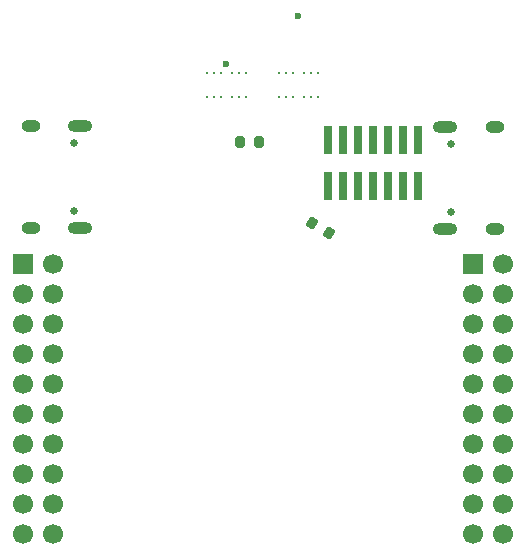
<source format=gbs>
%TF.GenerationSoftware,KiCad,Pcbnew,9.0.7*%
%TF.CreationDate,2026-02-02T18:05:57+06:00*%
%TF.ProjectId,ch585_dev,63683538-355f-4646-9576-2e6b69636164,rev?*%
%TF.SameCoordinates,Original*%
%TF.FileFunction,Soldermask,Bot*%
%TF.FilePolarity,Negative*%
%FSLAX46Y46*%
G04 Gerber Fmt 4.6, Leading zero omitted, Abs format (unit mm)*
G04 Created by KiCad (PCBNEW 9.0.7) date 2026-02-02 18:05:57*
%MOMM*%
%LPD*%
G01*
G04 APERTURE LIST*
G04 Aperture macros list*
%AMRoundRect*
0 Rectangle with rounded corners*
0 $1 Rounding radius*
0 $2 $3 $4 $5 $6 $7 $8 $9 X,Y pos of 4 corners*
0 Add a 4 corners polygon primitive as box body*
4,1,4,$2,$3,$4,$5,$6,$7,$8,$9,$2,$3,0*
0 Add four circle primitives for the rounded corners*
1,1,$1+$1,$2,$3*
1,1,$1+$1,$4,$5*
1,1,$1+$1,$6,$7*
1,1,$1+$1,$8,$9*
0 Add four rect primitives between the rounded corners*
20,1,$1+$1,$2,$3,$4,$5,0*
20,1,$1+$1,$4,$5,$6,$7,0*
20,1,$1+$1,$6,$7,$8,$9,0*
20,1,$1+$1,$8,$9,$2,$3,0*%
G04 Aperture macros list end*
%ADD10C,0.300000*%
%ADD11R,1.700000X1.700000*%
%ADD12C,1.700000*%
%ADD13C,0.600000*%
%ADD14C,0.650000*%
%ADD15O,2.100000X1.000000*%
%ADD16O,1.600000X1.000000*%
%ADD17RoundRect,0.200000X-0.200000X-0.275000X0.200000X-0.275000X0.200000X0.275000X-0.200000X0.275000X0*%
%ADD18RoundRect,0.200000X0.310705X0.138157X-0.035705X0.338157X-0.310705X-0.138157X0.035705X-0.338157X0*%
%ADD19R,0.740000X2.400000*%
G04 APERTURE END LIST*
D10*
%TO.C,B2*%
X72420000Y-69790000D03*
X73020000Y-69790000D03*
X73620000Y-69790000D03*
X74560000Y-69790000D03*
X75160000Y-69790000D03*
X75760000Y-69790000D03*
X72420000Y-67810000D03*
X73020000Y-67810000D03*
X73620000Y-67810000D03*
X74560000Y-67810000D03*
X75160000Y-67810000D03*
X75760000Y-67810000D03*
%TD*%
D11*
%TO.C,J5*%
X50725000Y-83940000D03*
D12*
X53265000Y-83940000D03*
X50725000Y-86480000D03*
X53265000Y-86480000D03*
X50725000Y-89020000D03*
X53265000Y-89020000D03*
X50725000Y-91560000D03*
X53265000Y-91560000D03*
X50725000Y-94100000D03*
X53265000Y-94100000D03*
X50725000Y-96640000D03*
X53265000Y-96640000D03*
X50725000Y-99180000D03*
X53265000Y-99180000D03*
X50725000Y-101720000D03*
X53265000Y-101720000D03*
X50725000Y-104260000D03*
X53265000Y-104260000D03*
X50725000Y-106800000D03*
X53265000Y-106800000D03*
%TD*%
D13*
%TO.C,AE2*%
X74030000Y-63000000D03*
X67960000Y-67000000D03*
%TD*%
D11*
%TO.C,J6*%
X88825000Y-83940000D03*
D12*
X91365000Y-83940000D03*
X88825000Y-86480000D03*
X91365000Y-86480000D03*
X88825000Y-89020000D03*
X91365000Y-89020000D03*
X88825000Y-91560000D03*
X91365000Y-91560000D03*
X88825000Y-94100000D03*
X91365000Y-94100000D03*
X88825000Y-96640000D03*
X91365000Y-96640000D03*
X88825000Y-99180000D03*
X91365000Y-99180000D03*
X88825000Y-101720000D03*
X91365000Y-101720000D03*
X88825000Y-104260000D03*
X91365000Y-104260000D03*
X88825000Y-106800000D03*
X91365000Y-106800000D03*
%TD*%
D10*
%TO.C,B1*%
X66320000Y-69790000D03*
X66920000Y-69790000D03*
X67520000Y-69790000D03*
X68460000Y-69790000D03*
X69060000Y-69790000D03*
X69660000Y-69790000D03*
X66320000Y-67810000D03*
X66920000Y-67810000D03*
X67520000Y-67810000D03*
X68460000Y-67810000D03*
X69060000Y-67810000D03*
X69660000Y-67810000D03*
%TD*%
D14*
%TO.C,J1*%
X55105000Y-73710000D03*
X55105000Y-79490000D03*
D15*
X55605000Y-72280000D03*
D16*
X51425000Y-72280000D03*
D15*
X55605000Y-80920000D03*
D16*
X51425000Y-80920000D03*
%TD*%
D14*
%TO.C,J3*%
X87025000Y-79590000D03*
X87025000Y-73810000D03*
D15*
X86525000Y-81020000D03*
D16*
X90705000Y-81020000D03*
D15*
X86525000Y-72380000D03*
D16*
X90705000Y-72380000D03*
%TD*%
D17*
%TO.C,R12*%
X69135000Y-73600000D03*
X70785000Y-73600000D03*
%TD*%
D18*
%TO.C,R13*%
X76674471Y-81312500D03*
X75245529Y-80487500D03*
%TD*%
D19*
%TO.C,J4*%
X84180000Y-77400000D03*
X84180000Y-73500000D03*
X82910000Y-77400000D03*
X82910000Y-73500000D03*
X81640000Y-77400000D03*
X81640000Y-73500000D03*
X80370000Y-77400000D03*
X80370000Y-73500000D03*
X79100000Y-77400000D03*
X79100000Y-73500000D03*
X77830000Y-77400000D03*
X77830000Y-73500000D03*
X76560000Y-77400000D03*
X76560000Y-73500000D03*
%TD*%
M02*

</source>
